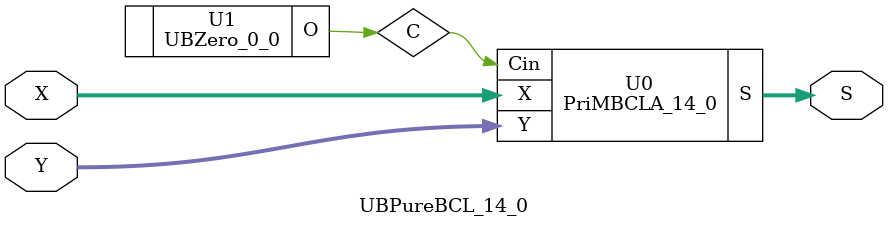
<source format=v>
/*----------------------------------------------------------------------------
  Copyright (c) 2021 Homma laboratory. All rights reserved.

  Top module: UBBCL_14_0_14_0

  Operand-1 length: 15
  Operand-2 length: 15
  Two-operand addition algorithm: Block carry look-ahead adder
----------------------------------------------------------------------------*/

module GPGenerator(Go, Po, A, B);
  output Go;
  output Po;
  input A;
  input B;
  assign Go = A & B;
  assign Po = A ^ B;
endmodule

module BCLAU_4(Go, Po, G, P, Cin);
  output Go;
  output Po;
  input Cin;
  input [3:0] G;
  input [3:0] P;
  assign Po = P[0] & P[1] & P[2] & P[3];
  assign Go = G[3] | ( P[3] & G[2] ) | ( P[3] & P[2] & G[1] ) | ( P[3] & P[2] & P[1] & G[0] );
endmodule

module BCLAlU_4(Go, Po, S, X, Y, Cin);
  output Go;
  output Po;
  output [3:0] S;
  input Cin;
  input [3:0] X;
  input [3:0] Y;
  wire [3:1] C;
  wire [3:0] G;
  wire [3:0] P;
  assign C[1] = G[0] | ( P[0] & Cin );
  assign C[2] = G[1] | ( P[1] & C[1] );
  assign C[3] = G[2] | ( P[2] & C[2] );
  assign S[0] = P[0] ^ Cin;
  assign S[1] = P[1] ^ C[1];
  assign S[2] = P[2] ^ C[2];
  assign S[3] = P[3] ^ C[3];
  GPGenerator U0 (G[0], P[0], X[0], Y[0]);
  GPGenerator U1 (G[1], P[1], X[1], Y[1]);
  GPGenerator U2 (G[2], P[2], X[2], Y[2]);
  GPGenerator U3 (G[3], P[3], X[3], Y[3]);
  BCLAU_4 U4 (Go, Po, G, P, Cin);
endmodule

module BCLAU_3(Go, Po, G, P, Cin);
  output Go;
  output Po;
  input Cin;
  input [2:0] G;
  input [2:0] P;
  assign Po = P[0] & P[1] & P[2];
  assign Go = G[2] | ( P[2] & G[1] ) | ( P[2] & P[1] & G[0] );
endmodule

module BCLAlU_3(Go, Po, S, X, Y, Cin);
  output Go;
  output Po;
  output [2:0] S;
  input Cin;
  input [2:0] X;
  input [2:0] Y;
  wire [2:1] C;
  wire [2:0] G;
  wire [2:0] P;
  assign C[1] = G[0] | ( P[0] & Cin );
  assign C[2] = G[1] | ( P[1] & C[1] );
  assign S[0] = P[0] ^ Cin;
  assign S[1] = P[1] ^ C[1];
  assign S[2] = P[2] ^ C[2];
  GPGenerator U0 (G[0], P[0], X[0], Y[0]);
  GPGenerator U1 (G[1], P[1], X[1], Y[1]);
  GPGenerator U2 (G[2], P[2], X[2], Y[2]);
  BCLAU_3 U3 (Go, Po, G, P, Cin);
endmodule

module PriMBCLA_14_0(S, X, Y, Cin);
  output [15:0] S;
  input Cin;
  input [14:0] X;
  input [14:0] Y;
  wire [3:0] C1;
  wire [3:0] G1;
  wire [3:0] P1;
  assign C1[0] = Cin;
  assign C1[1] = G1[0] | ( P1[0] & C1[0] );
  assign C1[2] = G1[1] | ( P1[1] & C1[1] );
  assign C1[3] = G1[2] | ( P1[2] & C1[2] );
  assign S[15] = G1[3] | ( P1[3] & C1[3] );
  BCLAlU_4 U0 (G1[0], P1[0], S[3:0], X[3:0], Y[3:0], C1[0]);
  BCLAlU_4 U1 (G1[1], P1[1], S[7:4], X[7:4], Y[7:4], C1[1]);
  BCLAlU_4 U2 (G1[2], P1[2], S[11:8], X[11:8], Y[11:8], C1[2]);
  BCLAlU_3 U3 (G1[3], P1[3], S[14:12], X[14:12], Y[14:12], C1[3]);
endmodule

module UBZero_0_0(O);
  output [0:0] O;
  assign O[0] = 0;
endmodule

module UBBCL_14_0_14_0 (S, X, Y);
  output [15:0] S;
  input [14:0] X;
  input [14:0] Y;
  UBPureBCL_14_0 U0 (S[15:0], X[14:0], Y[14:0]);
endmodule

module UBPureBCL_14_0 (S, X, Y);
  output [15:0] S;
  input [14:0] X;
  input [14:0] Y;
  wire C;
  PriMBCLA_14_0 U0 (S, X, Y, C);
  UBZero_0_0 U1 (C);
endmodule


</source>
